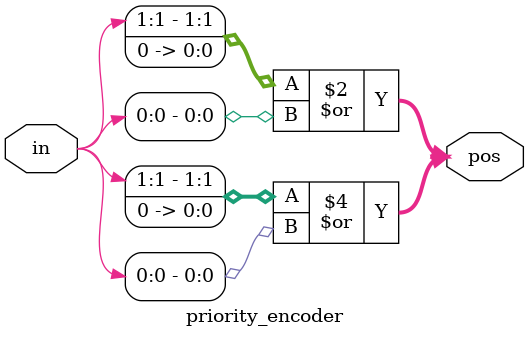
<source format=v>
module priority_encoder( 
input [2:0] in,
output reg [1:0] pos ); 
// When sel=1, assign b to out
assign pos = (in[1] << 1) | in[0];
// When sel=0, assign b to out
assign pos = (in[1] << 1) | in[0];
endmodule

</source>
